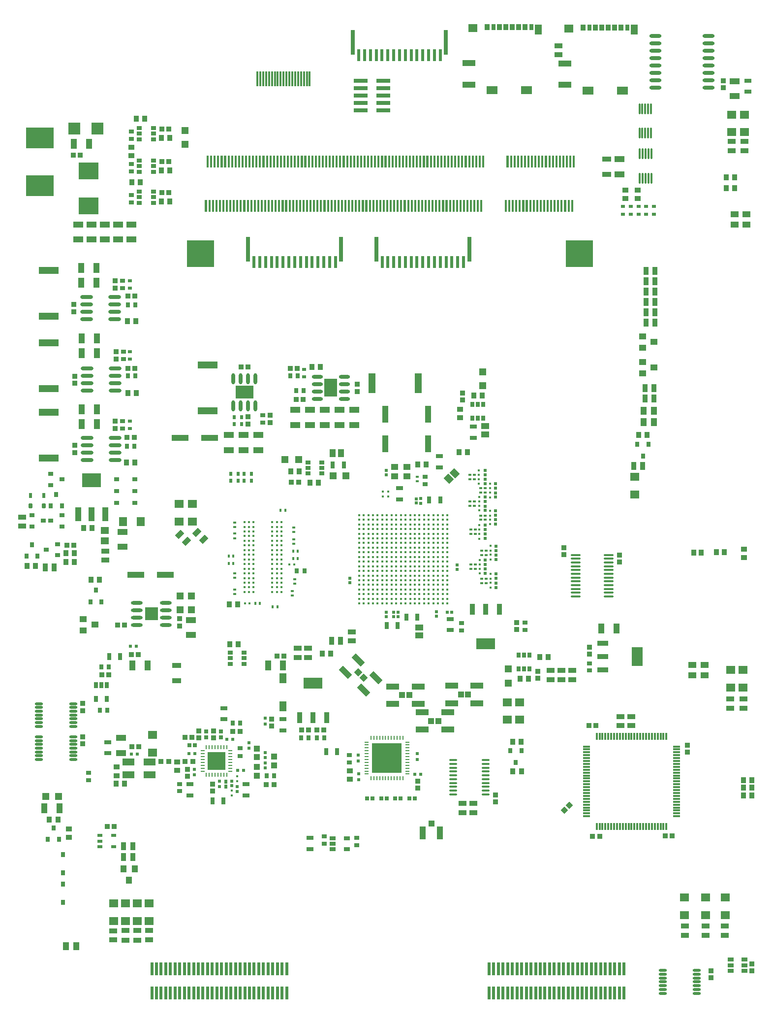
<source format=gtp>
G04 Layer_Color=7318015*
%FSLAX25Y25*%
%MOIN*%
G70*
G01*
G75*
%ADD10C,0.01575*%
%ADD11R,0.04724X0.04724*%
%ADD12R,0.03543X0.02362*%
%ADD13R,0.03347X0.05315*%
%ADD14R,0.03937X0.04724*%
%ADD15R,0.03347X0.03543*%
%ADD16R,0.03543X0.04134*%
%ADD17R,0.03740X0.05315*%
%ADD18R,0.03150X0.03543*%
%ADD19R,0.06299X0.05591*%
%ADD20R,0.03937X0.08661*%
%ADD21R,0.03937X0.03937*%
%ADD22R,0.05315X0.03740*%
%ADD23R,0.05315X0.03347*%
%ADD24R,0.05315X0.04331*%
G04:AMPARAMS|DCode=25|XSize=53.15mil|YSize=43.31mil|CornerRadius=0mil|HoleSize=0mil|Usage=FLASHONLY|Rotation=315.000|XOffset=0mil|YOffset=0mil|HoleType=Round|Shape=Rectangle|*
%AMROTATEDRECTD25*
4,1,4,-0.03410,0.00348,-0.00348,0.03410,0.03410,-0.00348,0.00348,-0.03410,-0.03410,0.00348,0.0*
%
%ADD25ROTATEDRECTD25*%

%ADD26R,0.04331X0.05315*%
%ADD27R,0.01969X0.01772*%
%ADD28R,0.01772X0.01772*%
%ADD29R,0.01969X0.02165*%
%ADD30R,0.03543X0.07480*%
%ADD31R,0.12598X0.07480*%
%ADD32R,0.02756X0.05118*%
%ADD33O,0.01181X0.07874*%
%ADD34R,0.03543X0.03347*%
%ADD35R,0.02559X0.03543*%
%ADD36R,0.03543X0.02559*%
%ADD37R,0.04724X0.05118*%
%ADD38R,0.04724X0.04724*%
%ADD39R,0.05118X0.02756*%
%ADD40R,0.02047X0.02205*%
%ADD41R,0.02205X0.02047*%
%ADD42R,0.01969X0.01575*%
%ADD43R,0.03347X0.02953*%
%ADD44R,0.01969X0.01969*%
%ADD45R,0.07874X0.04724*%
%ADD46R,0.02559X0.04331*%
%ADD47O,0.00984X0.03150*%
%ADD48O,0.03150X0.00984*%
%ADD49R,0.12205X0.12205*%
%ADD50O,0.05512X0.01378*%
%ADD51R,0.04331X0.02559*%
%ADD52O,0.07480X0.02362*%
%ADD53R,0.08849X0.12205*%
%ADD54O,0.02362X0.07480*%
%ADD55R,0.12205X0.08849*%
%ADD56O,0.08661X0.02362*%
%ADD57R,0.07480X0.03543*%
%ADD58R,0.07480X0.12598*%
%ADD59R,0.20472X0.20472*%
%ADD60R,0.04724X0.01181*%
%ADD61R,0.01181X0.04724*%
%ADD62R,0.12992X0.09449*%
%ADD63R,0.03937X0.09449*%
%ADD64R,0.04134X0.03543*%
%ADD65R,0.03740X0.03150*%
%ADD66R,0.06102X0.03543*%
%ADD67R,0.05709X0.04528*%
%ADD68R,0.06693X0.04331*%
%ADD69R,0.03150X0.02362*%
%ADD70R,0.02756X0.03347*%
%ADD71R,0.02362X0.03150*%
%ADD72R,0.03347X0.02756*%
%ADD73R,0.03543X0.03937*%
%ADD74R,0.02756X0.02559*%
%ADD75R,0.02756X0.03543*%
%ADD76R,0.05118X0.04331*%
%ADD77R,0.03937X0.04134*%
%ADD78R,0.04724X0.13386*%
%ADD79R,0.13386X0.04724*%
%ADD80R,0.13780X0.11811*%
%ADD81R,0.01181X0.10236*%
%ADD82R,0.02953X0.04331*%
%ADD83R,0.03347X0.04331*%
%ADD84R,0.04606X0.07087*%
%ADD85R,0.06102X0.05315*%
%ADD86R,0.07480X0.05315*%
%ADD87R,0.08661X0.03937*%
%ADD88R,0.04724X0.06890*%
%ADD89R,0.18701X0.13976*%
%ADD90R,0.03543X0.02756*%
%ADD91R,0.02756X0.03543*%
G04:AMPARAMS|DCode=92|XSize=24.8mil|YSize=32.68mil|CornerRadius=2.48mil|HoleSize=0mil|Usage=FLASHONLY|Rotation=0.000|XOffset=0mil|YOffset=0mil|HoleType=Round|Shape=RoundedRectangle|*
%AMROUNDEDRECTD92*
21,1,0.02480,0.02772,0,0,0.0*
21,1,0.01984,0.03268,0,0,0.0*
1,1,0.00496,0.00992,-0.01386*
1,1,0.00496,-0.00992,-0.01386*
1,1,0.00496,-0.00992,0.01386*
1,1,0.00496,0.00992,0.01386*
%
%ADD92ROUNDEDRECTD92*%
%ADD93R,0.02480X0.03268*%
%ADD94R,0.07874X0.07874*%
%ADD95R,0.01969X0.01969*%
%ADD96R,0.02953X0.03347*%
%ADD97R,0.02913X0.03071*%
%ADD98R,0.03071X0.02913*%
%ADD99R,0.02441X0.02598*%
%ADD100R,0.02126X0.02284*%
%ADD101R,0.03347X0.03740*%
%ADD102R,0.03150X0.03543*%
%ADD103R,0.04331X0.06693*%
%ADD104R,0.03937X0.11811*%
%ADD105R,0.11811X0.03937*%
%ADD106R,0.01969X0.08661*%
%ADD107R,0.02756X0.16535*%
%ADD108R,0.02362X0.07874*%
%ADD109P,0.05568X4X270.0*%
G04:AMPARAMS|DCode=110|XSize=39.37mil|YSize=86.61mil|CornerRadius=0mil|HoleSize=0mil|Usage=FLASHONLY|Rotation=225.000|XOffset=0mil|YOffset=0mil|HoleType=Round|Shape=Rectangle|*
%AMROTATEDRECTD110*
4,1,4,-0.01670,0.04454,0.04454,-0.01670,0.01670,-0.04454,-0.04454,0.01670,-0.01670,0.04454,0.0*
%
%ADD110ROTATEDRECTD110*%

%ADD111R,0.03937X0.03937*%
%ADD112R,0.08661X0.03937*%
%ADD113R,0.09449X0.02913*%
G04:AMPARAMS|DCode=114|XSize=29.53mil|YSize=35.43mil|CornerRadius=3.69mil|HoleSize=0mil|Usage=FLASHONLY|Rotation=90.000|XOffset=0mil|YOffset=0mil|HoleType=Round|Shape=RoundedRectangle|*
%AMROUNDEDRECTD114*
21,1,0.02953,0.02805,0,0,90.0*
21,1,0.02215,0.03543,0,0,90.0*
1,1,0.00738,0.01403,0.01107*
1,1,0.00738,0.01403,-0.01107*
1,1,0.00738,-0.01403,-0.01107*
1,1,0.00738,-0.01403,0.01107*
%
%ADD114ROUNDEDRECTD114*%
%ADD115R,0.03543X0.03150*%
%ADD116R,0.01575X0.01969*%
%ADD117R,0.09016X0.09016*%
%ADD118O,0.07874X0.02362*%
%ADD119R,0.01772X0.01772*%
%ADD120R,0.03543X0.02756*%
%ADD121R,0.05315X0.03937*%
%ADD122R,0.03937X0.05315*%
%ADD123O,0.08268X0.02362*%
%ADD124O,0.06693X0.01378*%
G04:AMPARAMS|DCode=125|XSize=35.43mil|YSize=33.47mil|CornerRadius=0mil|HoleSize=0mil|Usage=FLASHONLY|Rotation=135.000|XOffset=0mil|YOffset=0mil|HoleType=Round|Shape=Rectangle|*
%AMROTATEDRECTD125*
4,1,4,0.02436,-0.00070,0.00070,-0.02436,-0.02436,0.00070,-0.00070,0.02436,0.02436,-0.00070,0.0*
%
%ADD125ROTATEDRECTD125*%

G04:AMPARAMS|DCode=126|XSize=29.53mil|YSize=35.43mil|CornerRadius=3.69mil|HoleSize=0mil|Usage=FLASHONLY|Rotation=0.000|XOffset=0mil|YOffset=0mil|HoleType=Round|Shape=RoundedRectangle|*
%AMROUNDEDRECTD126*
21,1,0.02953,0.02805,0,0,0.0*
21,1,0.02215,0.03543,0,0,0.0*
1,1,0.00738,0.01107,-0.01403*
1,1,0.00738,-0.01107,-0.01403*
1,1,0.00738,-0.01107,0.01403*
1,1,0.00738,0.01107,0.01403*
%
%ADD126ROUNDEDRECTD126*%
G04:AMPARAMS|DCode=127|XSize=53.15mil|YSize=33.47mil|CornerRadius=0mil|HoleSize=0mil|Usage=FLASHONLY|Rotation=225.000|XOffset=0mil|YOffset=0mil|HoleType=Round|Shape=Rectangle|*
%AMROTATEDRECTD127*
4,1,4,0.00696,0.03062,0.03062,0.00696,-0.00696,-0.03062,-0.03062,-0.00696,0.00696,0.03062,0.0*
%
%ADD127ROTATEDRECTD127*%

%ADD128R,0.05591X0.06299*%
%ADD129R,0.04724X0.03937*%
%ADD130O,0.05512X0.01772*%
%ADD133C,0.01772*%
G36*
X321272Y604029D02*
X319894D01*
Y611903D01*
X321272D01*
Y604029D01*
D02*
G37*
G36*
X323634D02*
X322256D01*
Y611903D01*
X323634D01*
Y604029D01*
D02*
G37*
G36*
X325996D02*
X324618D01*
Y611903D01*
X325996D01*
Y604029D01*
D02*
G37*
G36*
X314185D02*
X312807D01*
Y611903D01*
X314185D01*
Y604029D01*
D02*
G37*
G36*
X316547D02*
X315169D01*
Y611903D01*
X316547D01*
Y604029D01*
D02*
G37*
G36*
X318909D02*
X317531D01*
Y611903D01*
X318909D01*
Y604029D01*
D02*
G37*
G36*
X335445D02*
X334067D01*
Y611903D01*
X335445D01*
Y604029D01*
D02*
G37*
G36*
X337807D02*
X336429D01*
Y611903D01*
X337807D01*
Y604029D01*
D02*
G37*
G36*
X340169D02*
X338791D01*
Y611903D01*
X340169D01*
Y604029D01*
D02*
G37*
G36*
X328358D02*
X326980D01*
Y611903D01*
X328358D01*
Y604029D01*
D02*
G37*
G36*
X330720D02*
X329343D01*
Y611903D01*
X330720D01*
Y604029D01*
D02*
G37*
G36*
X333083D02*
X331705D01*
Y611903D01*
X333083D01*
Y604029D01*
D02*
G37*
G36*
X311823D02*
X310445D01*
Y611903D01*
X311823D01*
Y604029D01*
D02*
G37*
G36*
X290563D02*
X289185D01*
Y611903D01*
X290563D01*
Y604029D01*
D02*
G37*
G36*
X292925D02*
X291547D01*
Y611903D01*
X292925D01*
Y604029D01*
D02*
G37*
G36*
X295287D02*
X293910D01*
Y611903D01*
X295287D01*
Y604029D01*
D02*
G37*
G36*
X283476D02*
X282098D01*
Y611903D01*
X283476D01*
Y604029D01*
D02*
G37*
G36*
X285839D02*
X284461D01*
Y611903D01*
X285839D01*
Y604029D01*
D02*
G37*
G36*
X288201D02*
X286823D01*
Y611903D01*
X288201D01*
Y604029D01*
D02*
G37*
G36*
X304736D02*
X303358D01*
Y611903D01*
X304736D01*
Y604029D01*
D02*
G37*
G36*
X307098D02*
X305720D01*
Y611903D01*
X307098D01*
Y604029D01*
D02*
G37*
G36*
X309461D02*
X308083D01*
Y611903D01*
X309461D01*
Y604029D01*
D02*
G37*
G36*
X297650D02*
X296272D01*
Y611903D01*
X297650D01*
Y604029D01*
D02*
G37*
G36*
X300012D02*
X298634D01*
Y611903D01*
X300012D01*
Y604029D01*
D02*
G37*
G36*
X302374D02*
X300996D01*
Y611903D01*
X302374D01*
Y604029D01*
D02*
G37*
G36*
X394500D02*
X393122D01*
Y611903D01*
X394500D01*
Y604029D01*
D02*
G37*
G36*
X396862D02*
X395484D01*
Y611903D01*
X396862D01*
Y604029D01*
D02*
G37*
G36*
X399224D02*
X397847D01*
Y611903D01*
X399224D01*
Y604029D01*
D02*
G37*
G36*
X387413D02*
X386035D01*
Y611903D01*
X387413D01*
Y604029D01*
D02*
G37*
G36*
X389776D02*
X388398D01*
Y611903D01*
X389776D01*
Y604029D01*
D02*
G37*
G36*
X392138D02*
X390760D01*
Y611903D01*
X392138D01*
Y604029D01*
D02*
G37*
G36*
X408673D02*
X407295D01*
Y611903D01*
X408673D01*
Y604029D01*
D02*
G37*
G36*
X411035D02*
X409657D01*
Y611903D01*
X411035D01*
Y604029D01*
D02*
G37*
G36*
X413398D02*
X412020D01*
Y611903D01*
X413398D01*
Y604029D01*
D02*
G37*
G36*
X401587D02*
X400209D01*
Y611903D01*
X401587D01*
Y604029D01*
D02*
G37*
G36*
X403949D02*
X402571D01*
Y611903D01*
X403949D01*
Y604029D01*
D02*
G37*
G36*
X406311D02*
X404933D01*
Y611903D01*
X406311D01*
Y604029D01*
D02*
G37*
G36*
X385051D02*
X383673D01*
Y611903D01*
X385051D01*
Y604029D01*
D02*
G37*
G36*
X349618D02*
X348240D01*
Y611903D01*
X349618D01*
Y604029D01*
D02*
G37*
G36*
X351980D02*
X350602D01*
Y611903D01*
X351980D01*
Y604029D01*
D02*
G37*
G36*
X354343D02*
X352965D01*
Y611903D01*
X354343D01*
Y604029D01*
D02*
G37*
G36*
X342531D02*
X341154D01*
Y611903D01*
X342531D01*
Y604029D01*
D02*
G37*
G36*
X344894D02*
X343516D01*
Y611903D01*
X344894D01*
Y604029D01*
D02*
G37*
G36*
X347256D02*
X345878D01*
Y611903D01*
X347256D01*
Y604029D01*
D02*
G37*
G36*
X377965D02*
X376587D01*
Y611903D01*
X377965D01*
Y604029D01*
D02*
G37*
G36*
X380327D02*
X378949D01*
Y611903D01*
X380327D01*
Y604029D01*
D02*
G37*
G36*
X382689D02*
X381311D01*
Y611903D01*
X382689D01*
Y604029D01*
D02*
G37*
G36*
X370878D02*
X369500D01*
Y611903D01*
X370878D01*
Y604029D01*
D02*
G37*
G36*
X373240D02*
X371862D01*
Y611903D01*
X373240D01*
Y604029D01*
D02*
G37*
G36*
X375602D02*
X374224D01*
Y611903D01*
X375602D01*
Y604029D01*
D02*
G37*
G36*
X281114D02*
X279736D01*
Y611903D01*
X281114D01*
Y604029D01*
D02*
G37*
G36*
X200799D02*
X199421D01*
Y611903D01*
X200799D01*
Y604029D01*
D02*
G37*
G36*
X203161D02*
X201783D01*
Y611903D01*
X203161D01*
Y604029D01*
D02*
G37*
G36*
X205524D02*
X204146D01*
Y611903D01*
X205524D01*
Y604029D01*
D02*
G37*
G36*
X193713D02*
X192335D01*
Y611903D01*
X193713D01*
Y604029D01*
D02*
G37*
G36*
X196075D02*
X194697D01*
Y611903D01*
X196075D01*
Y604029D01*
D02*
G37*
G36*
X198437D02*
X197059D01*
Y611903D01*
X198437D01*
Y604029D01*
D02*
G37*
G36*
X214972D02*
X213595D01*
Y611903D01*
X214972D01*
Y604029D01*
D02*
G37*
G36*
X217335D02*
X215957D01*
Y611903D01*
X217335D01*
Y604029D01*
D02*
G37*
G36*
X219697D02*
X218319D01*
Y611903D01*
X219697D01*
Y604029D01*
D02*
G37*
G36*
X207886D02*
X206508D01*
Y611903D01*
X207886D01*
Y604029D01*
D02*
G37*
G36*
X210248D02*
X208870D01*
Y611903D01*
X210248D01*
Y604029D01*
D02*
G37*
G36*
X212610D02*
X211232D01*
Y611903D01*
X212610D01*
Y604029D01*
D02*
G37*
G36*
X191350D02*
X189972D01*
Y611903D01*
X191350D01*
Y604029D01*
D02*
G37*
G36*
X170090D02*
X168713D01*
Y611903D01*
X170090D01*
Y604029D01*
D02*
G37*
G36*
X172453D02*
X171075D01*
Y611903D01*
X172453D01*
Y604029D01*
D02*
G37*
G36*
X174815D02*
X173437D01*
Y611903D01*
X174815D01*
Y604029D01*
D02*
G37*
G36*
X172354Y566706D02*
X154244D01*
Y584817D01*
X172354D01*
Y566706D01*
D02*
G37*
G36*
X429047D02*
X410937D01*
Y584817D01*
X429047D01*
Y566706D01*
D02*
G37*
G36*
X167728Y604029D02*
X166350D01*
Y611903D01*
X167728D01*
Y604029D01*
D02*
G37*
G36*
X184264D02*
X182886D01*
Y611903D01*
X184264D01*
Y604029D01*
D02*
G37*
G36*
X186626D02*
X185248D01*
Y611903D01*
X186626D01*
Y604029D01*
D02*
G37*
G36*
X188988D02*
X187610D01*
Y611903D01*
X188988D01*
Y604029D01*
D02*
G37*
G36*
X177177D02*
X175799D01*
Y611903D01*
X177177D01*
Y604029D01*
D02*
G37*
G36*
X179539D02*
X178161D01*
Y611903D01*
X179539D01*
Y604029D01*
D02*
G37*
G36*
X181902D02*
X180524D01*
Y611903D01*
X181902D01*
Y604029D01*
D02*
G37*
G36*
X259854D02*
X258476D01*
Y611903D01*
X259854D01*
Y604029D01*
D02*
G37*
G36*
X262216D02*
X260839D01*
Y611903D01*
X262216D01*
Y604029D01*
D02*
G37*
G36*
X264579D02*
X263201D01*
Y611903D01*
X264579D01*
Y604029D01*
D02*
G37*
G36*
X252768D02*
X251390D01*
Y611903D01*
X252768D01*
Y604029D01*
D02*
G37*
G36*
X255130D02*
X253752D01*
Y611903D01*
X255130D01*
Y604029D01*
D02*
G37*
G36*
X257492D02*
X256114D01*
Y611903D01*
X257492D01*
Y604029D01*
D02*
G37*
G36*
X274027D02*
X272650D01*
Y611903D01*
X274027D01*
Y604029D01*
D02*
G37*
G36*
X276390D02*
X275012D01*
Y611903D01*
X276390D01*
Y604029D01*
D02*
G37*
G36*
X278752D02*
X277374D01*
Y611903D01*
X278752D01*
Y604029D01*
D02*
G37*
G36*
X266941D02*
X265563D01*
Y611903D01*
X266941D01*
Y604029D01*
D02*
G37*
G36*
X269303D02*
X267925D01*
Y611903D01*
X269303D01*
Y604029D01*
D02*
G37*
G36*
X271665D02*
X270287D01*
Y611903D01*
X271665D01*
Y604029D01*
D02*
G37*
G36*
X250406D02*
X249028D01*
Y611903D01*
X250406D01*
Y604029D01*
D02*
G37*
G36*
X229146D02*
X227768D01*
Y611903D01*
X229146D01*
Y604029D01*
D02*
G37*
G36*
X231508D02*
X230130D01*
Y611903D01*
X231508D01*
Y604029D01*
D02*
G37*
G36*
X233870D02*
X232492D01*
Y611903D01*
X233870D01*
Y604029D01*
D02*
G37*
G36*
X222059D02*
X220681D01*
Y611903D01*
X222059D01*
Y604029D01*
D02*
G37*
G36*
X224421D02*
X223043D01*
Y611903D01*
X224421D01*
Y604029D01*
D02*
G37*
G36*
X226783D02*
X225406D01*
Y611903D01*
X226783D01*
Y604029D01*
D02*
G37*
G36*
X243319D02*
X241941D01*
Y611903D01*
X243319D01*
Y604029D01*
D02*
G37*
G36*
X245681D02*
X244303D01*
Y611903D01*
X245681D01*
Y604029D01*
D02*
G37*
G36*
X248043D02*
X246665D01*
Y611903D01*
X248043D01*
Y604029D01*
D02*
G37*
G36*
X236232D02*
X234854D01*
Y611903D01*
X236232D01*
Y604029D01*
D02*
G37*
G36*
X238595D02*
X237216D01*
Y611903D01*
X238595D01*
Y604029D01*
D02*
G37*
G36*
X240957D02*
X239579D01*
Y611903D01*
X240957D01*
Y604029D01*
D02*
G37*
G36*
X324815Y634108D02*
X323437D01*
Y641982D01*
X324815D01*
Y634108D01*
D02*
G37*
G36*
X327177D02*
X325799D01*
Y641982D01*
X327177D01*
Y634108D01*
D02*
G37*
G36*
X329539D02*
X328161D01*
Y641982D01*
X329539D01*
Y634108D01*
D02*
G37*
G36*
X317728D02*
X316350D01*
Y641982D01*
X317728D01*
Y634108D01*
D02*
G37*
G36*
X320091D02*
X318713D01*
Y641982D01*
X320091D01*
Y634108D01*
D02*
G37*
G36*
X322453D02*
X321075D01*
Y641982D01*
X322453D01*
Y634108D01*
D02*
G37*
G36*
X338988D02*
X337610D01*
Y641982D01*
X338988D01*
Y634108D01*
D02*
G37*
G36*
X341350D02*
X339972D01*
Y641982D01*
X341350D01*
Y634108D01*
D02*
G37*
G36*
X343713D02*
X342335D01*
Y641982D01*
X343713D01*
Y634108D01*
D02*
G37*
G36*
X331902D02*
X330524D01*
Y641982D01*
X331902D01*
Y634108D01*
D02*
G37*
G36*
X334264D02*
X332886D01*
Y641982D01*
X334264D01*
Y634108D01*
D02*
G37*
G36*
X336626D02*
X335248D01*
Y641982D01*
X336626D01*
Y634108D01*
D02*
G37*
G36*
X315366D02*
X313988D01*
Y641982D01*
X315366D01*
Y634108D01*
D02*
G37*
G36*
X294106D02*
X292728D01*
Y641982D01*
X294106D01*
Y634108D01*
D02*
G37*
G36*
X296468D02*
X295091D01*
Y641982D01*
X296468D01*
Y634108D01*
D02*
G37*
G36*
X298831D02*
X297453D01*
Y641982D01*
X298831D01*
Y634108D01*
D02*
G37*
G36*
X287020D02*
X285642D01*
Y641982D01*
X287020D01*
Y634108D01*
D02*
G37*
G36*
X289382D02*
X288004D01*
Y641982D01*
X289382D01*
Y634108D01*
D02*
G37*
G36*
X291744D02*
X290366D01*
Y641982D01*
X291744D01*
Y634108D01*
D02*
G37*
G36*
X308279D02*
X306902D01*
Y641982D01*
X308279D01*
Y634108D01*
D02*
G37*
G36*
X310642D02*
X309264D01*
Y641982D01*
X310642D01*
Y634108D01*
D02*
G37*
G36*
X313004D02*
X311626D01*
Y641982D01*
X313004D01*
Y634108D01*
D02*
G37*
G36*
X301193D02*
X299815D01*
Y641982D01*
X301193D01*
Y634108D01*
D02*
G37*
G36*
X303555D02*
X302177D01*
Y641982D01*
X303555D01*
Y634108D01*
D02*
G37*
G36*
X305917D02*
X304539D01*
Y641982D01*
X305917D01*
Y634108D01*
D02*
G37*
G36*
X398043D02*
X396665D01*
Y641982D01*
X398043D01*
Y634108D01*
D02*
G37*
G36*
X400406D02*
X399028D01*
Y641982D01*
X400406D01*
Y634108D01*
D02*
G37*
G36*
X402768D02*
X401390D01*
Y641982D01*
X402768D01*
Y634108D01*
D02*
G37*
G36*
X390957D02*
X389579D01*
Y641982D01*
X390957D01*
Y634108D01*
D02*
G37*
G36*
X393319D02*
X391941D01*
Y641982D01*
X393319D01*
Y634108D01*
D02*
G37*
G36*
X395681D02*
X394303D01*
Y641982D01*
X395681D01*
Y634108D01*
D02*
G37*
G36*
X412217D02*
X410839D01*
Y641982D01*
X412217D01*
Y634108D01*
D02*
G37*
G36*
X414579D02*
X413201D01*
Y641982D01*
X414579D01*
Y634108D01*
D02*
G37*
G36*
X416941D02*
X415563D01*
Y641982D01*
X416941D01*
Y634108D01*
D02*
G37*
G36*
X405130D02*
X403752D01*
Y641982D01*
X405130D01*
Y634108D01*
D02*
G37*
G36*
X407492D02*
X406114D01*
Y641982D01*
X407492D01*
Y634108D01*
D02*
G37*
G36*
X409854D02*
X408476D01*
Y641982D01*
X409854D01*
Y634108D01*
D02*
G37*
G36*
X388595D02*
X387216D01*
Y641982D01*
X388595D01*
Y634108D01*
D02*
G37*
G36*
X353161D02*
X351783D01*
Y641982D01*
X353161D01*
Y634108D01*
D02*
G37*
G36*
X355524D02*
X354146D01*
Y641982D01*
X355524D01*
Y634108D01*
D02*
G37*
G36*
X372059D02*
X370681D01*
Y641982D01*
X372059D01*
Y634108D01*
D02*
G37*
G36*
X346075D02*
X344697D01*
Y641982D01*
X346075D01*
Y634108D01*
D02*
G37*
G36*
X348437D02*
X347059D01*
Y641982D01*
X348437D01*
Y634108D01*
D02*
G37*
G36*
X350799D02*
X349421D01*
Y641982D01*
X350799D01*
Y634108D01*
D02*
G37*
G36*
X381508D02*
X380130D01*
Y641982D01*
X381508D01*
Y634108D01*
D02*
G37*
G36*
X383870D02*
X382492D01*
Y641982D01*
X383870D01*
Y634108D01*
D02*
G37*
G36*
X386232D02*
X384854D01*
Y641982D01*
X386232D01*
Y634108D01*
D02*
G37*
G36*
X374421D02*
X373043D01*
Y641982D01*
X374421D01*
Y634108D01*
D02*
G37*
G36*
X376783D02*
X375406D01*
Y641982D01*
X376783D01*
Y634108D01*
D02*
G37*
G36*
X379146D02*
X377768D01*
Y641982D01*
X379146D01*
Y634108D01*
D02*
G37*
G36*
X284658D02*
X283279D01*
Y641982D01*
X284658D01*
Y634108D01*
D02*
G37*
G36*
X204343D02*
X202965D01*
Y641982D01*
X204343D01*
Y634108D01*
D02*
G37*
G36*
X206705D02*
X205327D01*
Y641982D01*
X206705D01*
Y634108D01*
D02*
G37*
G36*
X209067D02*
X207689D01*
Y641982D01*
X209067D01*
Y634108D01*
D02*
G37*
G36*
X197256D02*
X195878D01*
Y641982D01*
X197256D01*
Y634108D01*
D02*
G37*
G36*
X199618D02*
X198240D01*
Y641982D01*
X199618D01*
Y634108D01*
D02*
G37*
G36*
X201980D02*
X200602D01*
Y641982D01*
X201980D01*
Y634108D01*
D02*
G37*
G36*
X218516D02*
X217138D01*
Y641982D01*
X218516D01*
Y634108D01*
D02*
G37*
G36*
X220878D02*
X219500D01*
Y641982D01*
X220878D01*
Y634108D01*
D02*
G37*
G36*
X223240D02*
X221862D01*
Y641982D01*
X223240D01*
Y634108D01*
D02*
G37*
G36*
X211429D02*
X210051D01*
Y641982D01*
X211429D01*
Y634108D01*
D02*
G37*
G36*
X213791D02*
X212413D01*
Y641982D01*
X213791D01*
Y634108D01*
D02*
G37*
G36*
X216154D02*
X214776D01*
Y641982D01*
X216154D01*
Y634108D01*
D02*
G37*
G36*
X194894D02*
X193516D01*
Y641982D01*
X194894D01*
Y634108D01*
D02*
G37*
G36*
X173634D02*
X172256D01*
Y641982D01*
X173634D01*
Y634108D01*
D02*
G37*
G36*
X175996D02*
X174618D01*
Y641982D01*
X175996D01*
Y634108D01*
D02*
G37*
G36*
X178358D02*
X176980D01*
Y641982D01*
X178358D01*
Y634108D01*
D02*
G37*
G36*
X415760Y604029D02*
X414382D01*
Y611903D01*
X415760D01*
Y604029D01*
D02*
G37*
G36*
X168909Y634108D02*
X167532D01*
Y641982D01*
X168909D01*
Y634108D01*
D02*
G37*
G36*
X171272D02*
X169894D01*
Y641982D01*
X171272D01*
Y634108D01*
D02*
G37*
G36*
X187807D02*
X186429D01*
Y641982D01*
X187807D01*
Y634108D01*
D02*
G37*
G36*
X190169D02*
X188791D01*
Y641982D01*
X190169D01*
Y634108D01*
D02*
G37*
G36*
X192532D02*
X191154D01*
Y641982D01*
X192532D01*
Y634108D01*
D02*
G37*
G36*
X180720D02*
X179342D01*
Y641982D01*
X180720D01*
Y634108D01*
D02*
G37*
G36*
X183083D02*
X181705D01*
Y641982D01*
X183083D01*
Y634108D01*
D02*
G37*
G36*
X185445D02*
X184067D01*
Y641982D01*
X185445D01*
Y634108D01*
D02*
G37*
G36*
X263398D02*
X262020D01*
Y641982D01*
X263398D01*
Y634108D01*
D02*
G37*
G36*
X265760D02*
X264382D01*
Y641982D01*
X265760D01*
Y634108D01*
D02*
G37*
G36*
X268122D02*
X266744D01*
Y641982D01*
X268122D01*
Y634108D01*
D02*
G37*
G36*
X256311D02*
X254933D01*
Y641982D01*
X256311D01*
Y634108D01*
D02*
G37*
G36*
X258673D02*
X257295D01*
Y641982D01*
X258673D01*
Y634108D01*
D02*
G37*
G36*
X261035D02*
X259658D01*
Y641982D01*
X261035D01*
Y634108D01*
D02*
G37*
G36*
X277571D02*
X276193D01*
Y641982D01*
X277571D01*
Y634108D01*
D02*
G37*
G36*
X279933D02*
X278555D01*
Y641982D01*
X279933D01*
Y634108D01*
D02*
G37*
G36*
X282295D02*
X280917D01*
Y641982D01*
X282295D01*
Y634108D01*
D02*
G37*
G36*
X270484D02*
X269106D01*
Y641982D01*
X270484D01*
Y634108D01*
D02*
G37*
G36*
X272846D02*
X271468D01*
Y641982D01*
X272846D01*
Y634108D01*
D02*
G37*
G36*
X275209D02*
X273831D01*
Y641982D01*
X275209D01*
Y634108D01*
D02*
G37*
G36*
X253949D02*
X252571D01*
Y641982D01*
X253949D01*
Y634108D01*
D02*
G37*
G36*
X232689D02*
X231311D01*
Y641982D01*
X232689D01*
Y634108D01*
D02*
G37*
G36*
X235051D02*
X233673D01*
Y641982D01*
X235051D01*
Y634108D01*
D02*
G37*
G36*
X237413D02*
X236035D01*
Y641982D01*
X237413D01*
Y634108D01*
D02*
G37*
G36*
X225602D02*
X224224D01*
Y641982D01*
X225602D01*
Y634108D01*
D02*
G37*
G36*
X227965D02*
X226587D01*
Y641982D01*
X227965D01*
Y634108D01*
D02*
G37*
G36*
X230327D02*
X228949D01*
Y641982D01*
X230327D01*
Y634108D01*
D02*
G37*
G36*
X246862D02*
X245484D01*
Y641982D01*
X246862D01*
Y634108D01*
D02*
G37*
G36*
X249224D02*
X247847D01*
Y641982D01*
X249224D01*
Y634108D01*
D02*
G37*
G36*
X251587D02*
X250209D01*
Y641982D01*
X251587D01*
Y634108D01*
D02*
G37*
G36*
X239776D02*
X238398D01*
Y641982D01*
X239776D01*
Y634108D01*
D02*
G37*
G36*
X242138D02*
X240760D01*
Y641982D01*
X242138D01*
Y634108D01*
D02*
G37*
G36*
X244500D02*
X243122D01*
Y641982D01*
X244500D01*
Y634108D01*
D02*
G37*
D10*
X218244Y346783D02*
D03*
X215094D02*
D03*
X211945D02*
D03*
X199346D02*
D03*
X196197D02*
D03*
X193047D02*
D03*
X218244Y349933D02*
D03*
X215094D02*
D03*
X211945D02*
D03*
X199346D02*
D03*
X196197D02*
D03*
X193047D02*
D03*
X218244Y353083D02*
D03*
X215094D02*
D03*
X211945D02*
D03*
X199346D02*
D03*
X196197D02*
D03*
X193047D02*
D03*
X218244Y356232D02*
D03*
X215094D02*
D03*
X211945D02*
D03*
X199346D02*
D03*
X196197D02*
D03*
X193047D02*
D03*
X218244Y359382D02*
D03*
X215094D02*
D03*
X211945D02*
D03*
X199346D02*
D03*
X196197D02*
D03*
X193047D02*
D03*
X218244Y362531D02*
D03*
X215094D02*
D03*
X211945D02*
D03*
X199346D02*
D03*
X196197D02*
D03*
X193047D02*
D03*
X218244Y365681D02*
D03*
X215094D02*
D03*
X199346D02*
D03*
X196197D02*
D03*
X193047D02*
D03*
X218244Y368831D02*
D03*
X215094D02*
D03*
X199346D02*
D03*
X196197D02*
D03*
X193047D02*
D03*
X218244Y371980D02*
D03*
X215094D02*
D03*
X211945D02*
D03*
X199346D02*
D03*
X196197D02*
D03*
X193047D02*
D03*
X218244Y375130D02*
D03*
X215094D02*
D03*
X211945D02*
D03*
X196197D02*
D03*
X193047D02*
D03*
X218244Y378279D02*
D03*
X215094D02*
D03*
X211945D02*
D03*
X196197D02*
D03*
X193047D02*
D03*
X218244Y381429D02*
D03*
X215094D02*
D03*
X211945D02*
D03*
X199346D02*
D03*
X196197D02*
D03*
X193047D02*
D03*
X218244Y384579D02*
D03*
X215094D02*
D03*
X211945D02*
D03*
X199346D02*
D03*
X196197D02*
D03*
X193047D02*
D03*
X218244Y387728D02*
D03*
X215094D02*
D03*
X199346D02*
D03*
X196197D02*
D03*
X193047D02*
D03*
X218244Y390878D02*
D03*
X215094D02*
D03*
X199346D02*
D03*
X196197D02*
D03*
X193047D02*
D03*
X218244Y394028D02*
D03*
X215094D02*
D03*
X211945D02*
D03*
X199346D02*
D03*
X196197D02*
D03*
X193047D02*
D03*
X211945Y368831D02*
D03*
Y365681D02*
D03*
X199346Y378279D02*
D03*
Y375130D02*
D03*
X211945Y390878D02*
D03*
Y387728D02*
D03*
D11*
X152746Y659230D02*
D03*
Y649781D02*
D03*
X371846Y294630D02*
D03*
Y285181D02*
D03*
X354546Y486281D02*
D03*
Y495730D02*
D03*
X157246Y344130D02*
D03*
Y334681D02*
D03*
X149646Y344130D02*
D03*
Y334681D02*
D03*
D12*
X95121Y181946D02*
D03*
Y178206D02*
D03*
Y174465D02*
D03*
X104570D02*
D03*
Y181946D02*
D03*
D13*
X111098Y167506D02*
D03*
X117594D02*
D03*
Y174805D02*
D03*
X111098D02*
D03*
D14*
X118686Y159543D02*
D03*
X111205D02*
D03*
X114946Y151669D02*
D03*
D15*
X104908Y187906D02*
D03*
X100183D02*
D03*
X224984Y421206D02*
D03*
X229708D02*
D03*
X185315Y252406D02*
D03*
X190039D02*
D03*
X116783Y241905D02*
D03*
X121508D02*
D03*
X101108Y290605D02*
D03*
X96384D02*
D03*
X116602Y304486D02*
D03*
X121326D02*
D03*
X157508Y248406D02*
D03*
X152784D02*
D03*
X247008Y253405D02*
D03*
X242284D02*
D03*
X231783D02*
D03*
X236508D02*
D03*
X220008Y303405D02*
D03*
X215283D02*
D03*
X142008Y637906D02*
D03*
X137284D02*
D03*
X142008Y616905D02*
D03*
X137284D02*
D03*
X142008Y659905D02*
D03*
X137284D02*
D03*
X77508Y378405D02*
D03*
X72783D02*
D03*
X233008Y476905D02*
D03*
X228284D02*
D03*
X224283Y497905D02*
D03*
X229008D02*
D03*
X190783Y498906D02*
D03*
X195508D02*
D03*
X114283Y546906D02*
D03*
X119008D02*
D03*
X114283Y497905D02*
D03*
X119008D02*
D03*
X113674Y451539D02*
D03*
X118399D02*
D03*
X77284Y642406D02*
D03*
X82008D02*
D03*
X107184Y324505D02*
D03*
X111908D02*
D03*
X478284Y181705D02*
D03*
X483008D02*
D03*
X428983Y181405D02*
D03*
X433708D02*
D03*
X431308Y256306D02*
D03*
X426583D02*
D03*
D16*
X245791Y305205D02*
D03*
X251500D02*
D03*
X466000Y453006D02*
D03*
X460291D02*
D03*
X385400Y288206D02*
D03*
X379691D02*
D03*
X348391Y479605D02*
D03*
X354100D02*
D03*
X230100Y428305D02*
D03*
X224391D02*
D03*
X112000Y216905D02*
D03*
X106291D02*
D03*
X380400Y245406D02*
D03*
X374691D02*
D03*
X189000Y311405D02*
D03*
X183291D02*
D03*
X142500Y631906D02*
D03*
X136791D02*
D03*
X116791Y623906D02*
D03*
X122500D02*
D03*
X119791Y666905D02*
D03*
X125500D02*
D03*
X142500Y610906D02*
D03*
X136791D02*
D03*
X142500Y653905D02*
D03*
X136791D02*
D03*
X84291Y389906D02*
D03*
X90000D02*
D03*
X78000Y372905D02*
D03*
X72291D02*
D03*
Y366905D02*
D03*
X78000D02*
D03*
X45791Y364405D02*
D03*
X51500D02*
D03*
X244500Y498906D02*
D03*
X238791D02*
D03*
X119500Y529906D02*
D03*
X113791D02*
D03*
X120000Y481405D02*
D03*
X114291D02*
D03*
X118891Y434539D02*
D03*
X113182D02*
D03*
X374991Y225406D02*
D03*
X380700D02*
D03*
X310391Y433006D02*
D03*
X316100D02*
D03*
X188500Y338405D02*
D03*
X182791D02*
D03*
X243300Y420706D02*
D03*
X237591D02*
D03*
X393191Y302805D02*
D03*
X398900D02*
D03*
X525100Y627406D02*
D03*
X519391D02*
D03*
X525100Y620106D02*
D03*
X519391D02*
D03*
X338491Y441505D02*
D03*
X344200D02*
D03*
X95000Y355006D02*
D03*
X89291D02*
D03*
X60991Y192806D02*
D03*
X66700D02*
D03*
X531191Y219506D02*
D03*
X536900D02*
D03*
X531191Y214405D02*
D03*
X536900D02*
D03*
X531191Y209105D02*
D03*
X536900D02*
D03*
D17*
X462797Y432105D02*
D03*
X456695D02*
D03*
X258297Y313705D02*
D03*
X252194D02*
D03*
X58095Y363405D02*
D03*
X64197D02*
D03*
X471297Y557105D02*
D03*
X465195D02*
D03*
X470597Y484805D02*
D03*
X464495D02*
D03*
X471297Y536105D02*
D03*
X465195D02*
D03*
X471297Y550105D02*
D03*
X465195D02*
D03*
X471297Y564106D02*
D03*
X465195D02*
D03*
X471297Y543106D02*
D03*
X465195D02*
D03*
X471297Y529106D02*
D03*
X465195D02*
D03*
X470597Y477705D02*
D03*
X464495D02*
D03*
D18*
X466786Y446642D02*
D03*
X459305D02*
D03*
X463046Y438768D02*
D03*
X376946Y231469D02*
D03*
X373205Y239342D02*
D03*
X380686D02*
D03*
X49146Y378842D02*
D03*
X52886Y370969D02*
D03*
X45406D02*
D03*
X92446Y347942D02*
D03*
X96186Y340069D02*
D03*
X88705D02*
D03*
D19*
X457546Y424595D02*
D03*
Y412706D02*
D03*
X518746Y139906D02*
D03*
Y128016D02*
D03*
X505546Y139906D02*
D03*
Y128016D02*
D03*
X491346Y140105D02*
D03*
Y128216D02*
D03*
X530991Y293938D02*
D03*
Y282049D02*
D03*
X522391Y293938D02*
D03*
Y282049D02*
D03*
X523146Y669805D02*
D03*
Y657916D02*
D03*
X531946Y669805D02*
D03*
Y657916D02*
D03*
X148746Y406306D02*
D03*
Y394416D02*
D03*
X157846Y406405D02*
D03*
Y394516D02*
D03*
X371046Y272205D02*
D03*
Y260316D02*
D03*
X379546Y272205D02*
D03*
Y260316D02*
D03*
X104546Y135906D02*
D03*
Y124016D02*
D03*
X112546Y135906D02*
D03*
Y124016D02*
D03*
X120546Y135906D02*
D03*
Y124016D02*
D03*
X128646Y135906D02*
D03*
Y124016D02*
D03*
X130946Y250006D02*
D03*
Y238116D02*
D03*
D20*
X313840Y183806D02*
D03*
X325651D02*
D03*
D21*
X319746Y189908D02*
D03*
D22*
X405946Y710254D02*
D03*
Y716357D02*
D03*
X98846Y368354D02*
D03*
Y374457D02*
D03*
X42646Y397457D02*
D03*
Y391354D02*
D03*
X236246Y302554D02*
D03*
Y308657D02*
D03*
X229046D02*
D03*
Y302554D02*
D03*
X455246Y256254D02*
D03*
Y262357D02*
D03*
X447946Y256254D02*
D03*
Y262357D02*
D03*
X340946Y203606D02*
D03*
Y197503D02*
D03*
X348046Y203606D02*
D03*
Y197503D02*
D03*
X265946Y313754D02*
D03*
Y319857D02*
D03*
X104346Y117457D02*
D03*
Y111354D02*
D03*
D23*
X522346Y268057D02*
D03*
Y274553D02*
D03*
X531246Y268057D02*
D03*
Y274553D02*
D03*
X518646Y120754D02*
D03*
Y114258D02*
D03*
X415146Y293754D02*
D03*
Y287258D02*
D03*
X407846Y293754D02*
D03*
Y287258D02*
D03*
X505646Y120754D02*
D03*
Y114258D02*
D03*
X491546Y120853D02*
D03*
Y114357D02*
D03*
X523346Y651754D02*
D03*
Y645258D02*
D03*
X531746Y651754D02*
D03*
Y645258D02*
D03*
X400446Y293754D02*
D03*
Y287258D02*
D03*
X112546Y117654D02*
D03*
Y111158D02*
D03*
X120646Y117654D02*
D03*
Y111158D02*
D03*
X128446Y117754D02*
D03*
Y111258D02*
D03*
D24*
X356146Y458961D02*
D03*
Y453450D02*
D03*
X311446Y317250D02*
D03*
Y322761D02*
D03*
D25*
X331497Y423257D02*
D03*
X335394Y427154D02*
D03*
D26*
X252990Y440805D02*
D03*
X258502D02*
D03*
D27*
X348822Y405105D02*
D03*
X345869D02*
D03*
X353969Y355856D02*
D03*
X356922D02*
D03*
X353969Y352856D02*
D03*
X356922D02*
D03*
X353998Y374834D02*
D03*
X356950D02*
D03*
X353998Y371834D02*
D03*
X356950D02*
D03*
X346669Y365406D02*
D03*
X349622D02*
D03*
X346669Y362405D02*
D03*
X349622D02*
D03*
X346669Y386206D02*
D03*
X349622D02*
D03*
X346669Y389005D02*
D03*
X349622D02*
D03*
X345869Y423206D02*
D03*
X348822D02*
D03*
X345869Y426006D02*
D03*
X348822D02*
D03*
X353069Y416905D02*
D03*
X356022D02*
D03*
X353069Y414106D02*
D03*
X356022D02*
D03*
X348822Y407905D02*
D03*
X345869D02*
D03*
X353269Y398505D02*
D03*
X356222D02*
D03*
X353269Y395706D02*
D03*
X356222D02*
D03*
D28*
X359946Y355856D02*
D03*
Y359005D02*
D03*
Y352931D02*
D03*
Y349781D02*
D03*
X359974Y371909D02*
D03*
Y368759D02*
D03*
X352646Y365406D02*
D03*
Y368555D02*
D03*
Y362504D02*
D03*
Y359354D02*
D03*
X359974Y374759D02*
D03*
Y377909D02*
D03*
X184646Y209138D02*
D03*
Y212287D02*
D03*
X188146Y218831D02*
D03*
Y221980D02*
D03*
X352346Y385980D02*
D03*
Y382831D02*
D03*
Y389031D02*
D03*
Y392180D02*
D03*
X351946Y423180D02*
D03*
Y420031D02*
D03*
X351846Y426031D02*
D03*
Y429180D02*
D03*
X359446Y417031D02*
D03*
Y420180D02*
D03*
Y413980D02*
D03*
Y410831D02*
D03*
X352046Y405055D02*
D03*
Y401905D02*
D03*
Y408006D02*
D03*
Y411155D02*
D03*
X359546Y398531D02*
D03*
Y401680D02*
D03*
Y395780D02*
D03*
Y392631D02*
D03*
X286746Y411531D02*
D03*
Y414680D02*
D03*
X290546Y411531D02*
D03*
Y414680D02*
D03*
D29*
X363446Y358907D02*
D03*
Y355954D02*
D03*
Y349880D02*
D03*
Y352832D02*
D03*
X363474Y368858D02*
D03*
Y371810D02*
D03*
X356146Y368457D02*
D03*
Y365504D02*
D03*
Y359453D02*
D03*
Y362405D02*
D03*
X363474Y377810D02*
D03*
Y374858D02*
D03*
X356046Y383029D02*
D03*
Y385982D02*
D03*
Y392182D02*
D03*
Y389229D02*
D03*
Y420129D02*
D03*
Y423082D02*
D03*
Y429182D02*
D03*
Y426229D02*
D03*
X363246Y420082D02*
D03*
Y417129D02*
D03*
Y410929D02*
D03*
Y413882D02*
D03*
X356046Y404858D02*
D03*
Y401905D02*
D03*
Y408106D02*
D03*
Y411058D02*
D03*
X363246Y401706D02*
D03*
Y398753D02*
D03*
Y392653D02*
D03*
Y395605D02*
D03*
X289346Y426029D02*
D03*
Y428982D02*
D03*
D30*
X365701Y334920D02*
D03*
X356646D02*
D03*
X347590D02*
D03*
X248701Y261791D02*
D03*
X239646D02*
D03*
X230591D02*
D03*
D31*
X356646Y311691D02*
D03*
X239646Y285020D02*
D03*
D32*
X310286Y329805D02*
D03*
X302805D02*
D03*
X296986Y324106D02*
D03*
X289506D02*
D03*
X325786Y409205D02*
D03*
X318305D02*
D03*
X252906Y432805D02*
D03*
X260386D02*
D03*
X108986Y303105D02*
D03*
X101505D02*
D03*
X178886Y205405D02*
D03*
X171405D02*
D03*
X248406Y238705D02*
D03*
X255886D02*
D03*
D33*
X460709Y657238D02*
D03*
X462677D02*
D03*
X464646D02*
D03*
X466614D02*
D03*
X468583D02*
D03*
X460709Y673773D02*
D03*
X462677D02*
D03*
X464646D02*
D03*
X466614D02*
D03*
X468583D02*
D03*
X468783Y643273D02*
D03*
X466814D02*
D03*
X464846D02*
D03*
X462877D02*
D03*
X460909D02*
D03*
X468783Y626738D02*
D03*
X466814D02*
D03*
X464846D02*
D03*
X462877D02*
D03*
X460909D02*
D03*
D34*
X447046Y371868D02*
D03*
Y367143D02*
D03*
X340846Y476643D02*
D03*
Y481368D02*
D03*
X171646Y216768D02*
D03*
Y212043D02*
D03*
X154646Y222043D02*
D03*
Y226768D02*
D03*
X162146Y248043D02*
D03*
Y252768D02*
D03*
X172146Y248043D02*
D03*
Y252768D02*
D03*
X509146Y90468D02*
D03*
Y85743D02*
D03*
X363246Y209468D02*
D03*
Y204743D02*
D03*
X211646Y260768D02*
D03*
Y256043D02*
D03*
X269646Y487268D02*
D03*
Y482543D02*
D03*
X210646Y466268D02*
D03*
Y461543D02*
D03*
X195646Y460543D02*
D03*
Y465268D02*
D03*
X377646Y325968D02*
D03*
Y321243D02*
D03*
X105646Y557268D02*
D03*
Y552543D02*
D03*
X77646Y536543D02*
D03*
Y541268D02*
D03*
X106146Y509268D02*
D03*
Y504543D02*
D03*
X78146Y488043D02*
D03*
Y492768D02*
D03*
X105646Y462268D02*
D03*
Y457543D02*
D03*
X78036Y441177D02*
D03*
Y445901D02*
D03*
X426949Y309414D02*
D03*
Y304690D02*
D03*
X310646Y214043D02*
D03*
Y218768D02*
D03*
X149246Y323843D02*
D03*
Y328568D02*
D03*
X391946Y292968D02*
D03*
Y288243D02*
D03*
X409446Y376668D02*
D03*
Y371943D02*
D03*
X517546Y688143D02*
D03*
Y692868D02*
D03*
X493046Y238443D02*
D03*
Y243168D02*
D03*
X83646Y266543D02*
D03*
Y271268D02*
D03*
Y243943D02*
D03*
Y248668D02*
D03*
X536746Y95068D02*
D03*
Y90343D02*
D03*
D35*
X386186Y304030D02*
D03*
X382446D02*
D03*
X378706D02*
D03*
Y294581D02*
D03*
X382446D02*
D03*
X386186D02*
D03*
X347505Y464381D02*
D03*
X351246D02*
D03*
X354986D02*
D03*
Y473830D02*
D03*
X351246D02*
D03*
X347505D02*
D03*
D36*
X245670Y426965D02*
D03*
Y430705D02*
D03*
Y434446D02*
D03*
X236221D02*
D03*
Y430705D02*
D03*
Y426965D02*
D03*
X192870Y298165D02*
D03*
Y301905D02*
D03*
Y305646D02*
D03*
X183421D02*
D03*
Y301905D02*
D03*
Y298165D02*
D03*
X121921Y638646D02*
D03*
Y634905D02*
D03*
Y631165D02*
D03*
X131370D02*
D03*
Y634905D02*
D03*
Y638646D02*
D03*
X121921Y617646D02*
D03*
Y613905D02*
D03*
Y610165D02*
D03*
X131370D02*
D03*
Y613905D02*
D03*
Y617646D02*
D03*
X121921Y660646D02*
D03*
Y656906D02*
D03*
Y653165D02*
D03*
X131370D02*
D03*
Y656906D02*
D03*
Y660646D02*
D03*
D37*
X261776Y425306D02*
D03*
X253115D02*
D03*
X58515Y208306D02*
D03*
X67176D02*
D03*
D38*
X229870Y436506D02*
D03*
X220421D02*
D03*
D39*
X332646Y320965D02*
D03*
Y328446D02*
D03*
X298046Y416946D02*
D03*
Y409465D02*
D03*
X348246Y458646D02*
D03*
Y451165D02*
D03*
X237446Y180346D02*
D03*
Y172865D02*
D03*
X156146Y209165D02*
D03*
Y216646D02*
D03*
X194146Y209165D02*
D03*
Y216646D02*
D03*
X179146Y268146D02*
D03*
Y260665D02*
D03*
X100646Y245146D02*
D03*
Y237665D02*
D03*
X219146Y260646D02*
D03*
Y253165D02*
D03*
X325146Y438646D02*
D03*
Y431165D02*
D03*
X534146Y692746D02*
D03*
Y685265D02*
D03*
D40*
X323146Y330310D02*
D03*
Y333302D02*
D03*
X309446Y409898D02*
D03*
Y406906D02*
D03*
X312546Y406866D02*
D03*
Y409937D02*
D03*
X337046Y365141D02*
D03*
Y362070D02*
D03*
X188146Y214941D02*
D03*
Y211870D02*
D03*
X207146Y234870D02*
D03*
Y237941D02*
D03*
Y227870D02*
D03*
Y230941D02*
D03*
X264646Y355902D02*
D03*
Y352909D02*
D03*
X289346Y333041D02*
D03*
Y329970D02*
D03*
D41*
X294150Y333206D02*
D03*
X297142D02*
D03*
X297181Y329906D02*
D03*
X294110D02*
D03*
X330610Y333206D02*
D03*
X333681D02*
D03*
D42*
X310146Y424880D02*
D03*
Y421731D02*
D03*
X186646Y348480D02*
D03*
Y345331D02*
D03*
Y356331D02*
D03*
Y359480D02*
D03*
X226646Y382480D02*
D03*
Y379331D02*
D03*
X227146Y355480D02*
D03*
Y352331D02*
D03*
X225646Y347480D02*
D03*
Y344331D02*
D03*
X226646Y387331D02*
D03*
Y390480D02*
D03*
X186546Y386280D02*
D03*
Y383131D02*
D03*
Y393780D02*
D03*
Y390631D02*
D03*
D43*
X315446Y419745D02*
D03*
Y424666D02*
D03*
X149146Y216866D02*
D03*
Y211945D02*
D03*
X264146Y231445D02*
D03*
Y236366D02*
D03*
X247146Y181266D02*
D03*
Y176345D02*
D03*
X269146Y180366D02*
D03*
Y175445D02*
D03*
X116646Y631445D02*
D03*
Y636366D02*
D03*
Y610445D02*
D03*
Y615366D02*
D03*
Y653445D02*
D03*
Y658366D02*
D03*
X205646Y466366D02*
D03*
Y461445D02*
D03*
X383146Y326066D02*
D03*
Y321145D02*
D03*
X340046Y320845D02*
D03*
Y325766D02*
D03*
X426949Y293591D02*
D03*
Y298512D02*
D03*
D44*
X196146Y244874D02*
D03*
Y240937D02*
D03*
X176146Y214937D02*
D03*
Y218874D02*
D03*
X159146Y226874D02*
D03*
Y222937D02*
D03*
X310146Y237374D02*
D03*
Y233437D02*
D03*
X270146Y236374D02*
D03*
Y232437D02*
D03*
X270646Y219637D02*
D03*
Y223574D02*
D03*
X207146Y257437D02*
D03*
Y261374D02*
D03*
D45*
X128929Y223075D02*
D03*
X114362D02*
D03*
X128929Y231736D02*
D03*
X114362D02*
D03*
D46*
X99986Y274381D02*
D03*
X92506D02*
D03*
Y283830D02*
D03*
X96246D02*
D03*
X99986D02*
D03*
D47*
X167256Y222957D02*
D03*
X169224D02*
D03*
X171193D02*
D03*
X173161D02*
D03*
X175130D02*
D03*
X177098D02*
D03*
X179067D02*
D03*
X181035D02*
D03*
Y241854D02*
D03*
X179067D02*
D03*
X177098D02*
D03*
X175130D02*
D03*
X173161D02*
D03*
X171193D02*
D03*
X169224D02*
D03*
X167256D02*
D03*
X300472Y220626D02*
D03*
X298504D02*
D03*
X296535D02*
D03*
X294567D02*
D03*
X292598D02*
D03*
X290630D02*
D03*
X288661D02*
D03*
X282756D02*
D03*
X280787D02*
D03*
X278819D02*
D03*
X286693D02*
D03*
X284724D02*
D03*
X280787Y248185D02*
D03*
X278819D02*
D03*
X284724D02*
D03*
X282756D02*
D03*
X288661D02*
D03*
X286693D02*
D03*
X292598D02*
D03*
X290630D02*
D03*
X296535D02*
D03*
X294567D02*
D03*
X300472D02*
D03*
X298504D02*
D03*
D48*
X183595Y225516D02*
D03*
Y227484D02*
D03*
Y229453D02*
D03*
Y231421D02*
D03*
Y233390D02*
D03*
Y235358D02*
D03*
Y237327D02*
D03*
Y239295D02*
D03*
X164697D02*
D03*
Y237327D02*
D03*
Y235358D02*
D03*
Y233390D02*
D03*
Y231421D02*
D03*
Y229453D02*
D03*
Y227484D02*
D03*
Y225516D02*
D03*
X275866Y223579D02*
D03*
Y225547D02*
D03*
Y227516D02*
D03*
Y229484D02*
D03*
Y231453D02*
D03*
Y233421D02*
D03*
Y235390D02*
D03*
Y237358D02*
D03*
X303425Y245232D02*
D03*
Y243264D02*
D03*
Y237358D02*
D03*
Y235390D02*
D03*
Y233421D02*
D03*
Y231453D02*
D03*
Y229484D02*
D03*
Y227516D02*
D03*
Y225547D02*
D03*
Y223579D02*
D03*
X275866Y241295D02*
D03*
Y239327D02*
D03*
Y245232D02*
D03*
Y243264D02*
D03*
X303425Y241295D02*
D03*
Y239327D02*
D03*
D49*
X174146Y232405D02*
D03*
D50*
X356669Y209890D02*
D03*
Y212449D02*
D03*
Y215008D02*
D03*
Y217567D02*
D03*
Y220126D02*
D03*
Y222685D02*
D03*
Y225244D02*
D03*
Y227803D02*
D03*
Y230362D02*
D03*
Y232921D02*
D03*
X334622Y209890D02*
D03*
Y212449D02*
D03*
Y215008D02*
D03*
Y217567D02*
D03*
Y220126D02*
D03*
Y222685D02*
D03*
Y225244D02*
D03*
Y227803D02*
D03*
Y230362D02*
D03*
Y232921D02*
D03*
D51*
X262370Y180146D02*
D03*
Y172665D02*
D03*
X252921D02*
D03*
Y176406D02*
D03*
Y180146D02*
D03*
X522421Y97946D02*
D03*
Y94205D02*
D03*
Y90465D02*
D03*
X531870D02*
D03*
Y94205D02*
D03*
Y97946D02*
D03*
D52*
X260898Y477406D02*
D03*
Y482406D02*
D03*
Y487405D02*
D03*
Y492406D02*
D03*
X242394Y477406D02*
D03*
Y482406D02*
D03*
Y487405D02*
D03*
Y492406D02*
D03*
D53*
X251646Y484905D02*
D03*
D54*
X200665Y491201D02*
D03*
X195665D02*
D03*
X190665D02*
D03*
X185665D02*
D03*
X200665Y472697D02*
D03*
X195665D02*
D03*
X190665D02*
D03*
X185665D02*
D03*
D55*
X193165Y481949D02*
D03*
D56*
X105095Y531405D02*
D03*
Y536406D02*
D03*
Y541405D02*
D03*
Y546406D02*
D03*
X86197Y531405D02*
D03*
Y536406D02*
D03*
Y541405D02*
D03*
Y546406D02*
D03*
X105485Y483039D02*
D03*
Y488039D02*
D03*
Y493039D02*
D03*
Y498039D02*
D03*
X86588Y483039D02*
D03*
Y488039D02*
D03*
Y493039D02*
D03*
Y498039D02*
D03*
X105485Y436039D02*
D03*
Y441039D02*
D03*
Y446039D02*
D03*
Y451039D02*
D03*
X86588Y436039D02*
D03*
Y441039D02*
D03*
Y446039D02*
D03*
Y451039D02*
D03*
D57*
X435835Y312107D02*
D03*
Y303052D02*
D03*
Y293997D02*
D03*
D58*
X459063Y303052D02*
D03*
D59*
X289646Y234405D02*
D03*
D60*
X424834Y242228D02*
D03*
Y240259D02*
D03*
Y238291D02*
D03*
Y236322D02*
D03*
Y234353D02*
D03*
Y232385D02*
D03*
Y230416D02*
D03*
Y228448D02*
D03*
Y226480D02*
D03*
Y224511D02*
D03*
Y222543D02*
D03*
Y220574D02*
D03*
Y218605D02*
D03*
Y216637D02*
D03*
Y214668D02*
D03*
Y212700D02*
D03*
Y210732D02*
D03*
Y208763D02*
D03*
Y206795D02*
D03*
Y204826D02*
D03*
Y202857D02*
D03*
Y200889D02*
D03*
Y198921D02*
D03*
Y196952D02*
D03*
Y194983D02*
D03*
X485857D02*
D03*
Y196952D02*
D03*
Y198921D02*
D03*
Y200889D02*
D03*
Y202857D02*
D03*
Y204826D02*
D03*
Y206795D02*
D03*
Y208763D02*
D03*
Y210732D02*
D03*
Y212700D02*
D03*
Y214668D02*
D03*
Y216637D02*
D03*
Y218605D02*
D03*
Y220574D02*
D03*
Y222543D02*
D03*
Y224511D02*
D03*
Y226480D02*
D03*
Y228448D02*
D03*
Y230416D02*
D03*
Y232385D02*
D03*
Y234353D02*
D03*
Y236322D02*
D03*
Y238291D02*
D03*
Y240259D02*
D03*
Y242228D02*
D03*
D61*
X431724Y188094D02*
D03*
X433692D02*
D03*
X435661D02*
D03*
X437629D02*
D03*
X439598D02*
D03*
X441566D02*
D03*
X443535D02*
D03*
X445503D02*
D03*
X447472D02*
D03*
X449440D02*
D03*
X451409D02*
D03*
X453377D02*
D03*
X455346D02*
D03*
X457314D02*
D03*
X459283D02*
D03*
X461251D02*
D03*
X463220D02*
D03*
X465188D02*
D03*
X467157D02*
D03*
X469125D02*
D03*
X471094D02*
D03*
X473062D02*
D03*
X475031D02*
D03*
X476999D02*
D03*
X478968D02*
D03*
Y249117D02*
D03*
X476999D02*
D03*
X475031D02*
D03*
X473062D02*
D03*
X471094D02*
D03*
X469125D02*
D03*
X467157D02*
D03*
X465188D02*
D03*
X463220D02*
D03*
X461251D02*
D03*
X459283D02*
D03*
X457314D02*
D03*
X455346D02*
D03*
X453377D02*
D03*
X451409D02*
D03*
X449440D02*
D03*
X447472D02*
D03*
X445503D02*
D03*
X443535D02*
D03*
X441566D02*
D03*
X439598D02*
D03*
X437629D02*
D03*
X435661D02*
D03*
X433692D02*
D03*
X431724D02*
D03*
D62*
X89646Y422323D02*
D03*
D63*
X98701Y399488D02*
D03*
X89646D02*
D03*
X80590D02*
D03*
D64*
X147646Y226051D02*
D03*
Y231760D02*
D03*
X106646Y222551D02*
D03*
Y228260D02*
D03*
X116646Y642051D02*
D03*
Y647760D02*
D03*
X264646Y220051D02*
D03*
Y225760D02*
D03*
X339346Y464851D02*
D03*
Y470560D02*
D03*
X531646Y370151D02*
D03*
Y375860D02*
D03*
X459546Y618860D02*
D03*
Y613151D02*
D03*
X451346Y618860D02*
D03*
Y613151D02*
D03*
X74146Y186360D02*
D03*
Y180651D02*
D03*
D65*
X190146Y235748D02*
D03*
Y241063D02*
D03*
D66*
X147246Y297022D02*
D03*
Y286589D02*
D03*
X438446Y639722D02*
D03*
Y629289D02*
D03*
D67*
X98646Y381461D02*
D03*
Y388350D02*
D03*
D68*
X110446Y377287D02*
D03*
Y387524D02*
D03*
X116646Y585287D02*
D03*
Y595524D02*
D03*
X109646Y237787D02*
D03*
Y248024D02*
D03*
X267646Y459787D02*
D03*
Y470024D02*
D03*
X257646Y459787D02*
D03*
Y470024D02*
D03*
X247646Y459787D02*
D03*
Y470024D02*
D03*
X237646Y459787D02*
D03*
Y470024D02*
D03*
X227646Y459787D02*
D03*
Y470024D02*
D03*
X202646Y453024D02*
D03*
Y442787D02*
D03*
X192646Y453024D02*
D03*
Y442787D02*
D03*
X182646Y453024D02*
D03*
Y442787D02*
D03*
X107646Y595524D02*
D03*
Y585287D02*
D03*
X98646Y595524D02*
D03*
Y585287D02*
D03*
X89646Y595524D02*
D03*
Y585287D02*
D03*
X80646Y595524D02*
D03*
Y585287D02*
D03*
X156846Y317569D02*
D03*
Y327805D02*
D03*
X525246Y682287D02*
D03*
Y692524D02*
D03*
X447346Y629487D02*
D03*
Y639724D02*
D03*
D69*
X233646Y492346D02*
D03*
Y497465D02*
D03*
X115646Y552347D02*
D03*
Y557465D02*
D03*
Y504347D02*
D03*
Y509465D02*
D03*
Y457346D02*
D03*
Y462465D02*
D03*
X470646Y607665D02*
D03*
Y602547D02*
D03*
X465346Y607665D02*
D03*
Y602547D02*
D03*
X460146Y607665D02*
D03*
Y602547D02*
D03*
X454846Y607665D02*
D03*
Y602547D02*
D03*
X449646Y607665D02*
D03*
Y602547D02*
D03*
D70*
X224185Y492906D02*
D03*
X229106D02*
D03*
D71*
X191205Y464906D02*
D03*
X186087D02*
D03*
X186087Y460405D02*
D03*
X191205D02*
D03*
X192787Y422205D02*
D03*
X197905D02*
D03*
X192787Y426606D02*
D03*
X197905D02*
D03*
X183687Y422205D02*
D03*
X188805D02*
D03*
X183687Y426606D02*
D03*
X188805D02*
D03*
D72*
X110646Y557366D02*
D03*
Y552445D02*
D03*
X111037Y509362D02*
D03*
Y504440D02*
D03*
X110646Y462366D02*
D03*
Y457445D02*
D03*
D73*
X497487Y373505D02*
D03*
X502605D02*
D03*
X518105Y373605D02*
D03*
X512987D02*
D03*
D74*
X308516Y206906D02*
D03*
X304776D02*
D03*
X299016D02*
D03*
X295276D02*
D03*
X289516D02*
D03*
X285776D02*
D03*
X280016D02*
D03*
X276276D02*
D03*
D75*
X233705Y360906D02*
D03*
X228587D02*
D03*
D76*
X294846Y425005D02*
D03*
X303113D02*
D03*
X294846Y431502D02*
D03*
X303113D02*
D03*
D77*
X201646Y240858D02*
D03*
Y234953D02*
D03*
X213146Y229453D02*
D03*
Y235358D02*
D03*
X201646Y222453D02*
D03*
Y228358D02*
D03*
D78*
X279594Y487906D02*
D03*
X310697D02*
D03*
D79*
X168146Y500457D02*
D03*
Y469354D02*
D03*
X60646Y533354D02*
D03*
Y564457D02*
D03*
Y484354D02*
D03*
Y515457D02*
D03*
Y437354D02*
D03*
Y468457D02*
D03*
D80*
X87646Y607996D02*
D03*
Y631716D02*
D03*
D81*
X201890Y694213D02*
D03*
X203858D02*
D03*
X205827D02*
D03*
X209764D02*
D03*
X215669D02*
D03*
X221575D02*
D03*
X225512D02*
D03*
X227480D02*
D03*
X229449D02*
D03*
X231417D02*
D03*
X233386D02*
D03*
X235354D02*
D03*
X237323D02*
D03*
X211732D02*
D03*
X207795D02*
D03*
X217638D02*
D03*
X213701D02*
D03*
X223543D02*
D03*
X219606D02*
D03*
D82*
X387539Y728921D02*
D03*
X361752D02*
D03*
X426752Y728721D02*
D03*
X452539D02*
D03*
D83*
X383228Y728921D02*
D03*
X378898D02*
D03*
X374567D02*
D03*
X370236D02*
D03*
X365905D02*
D03*
X357421D02*
D03*
X422421Y728721D02*
D03*
X430905D02*
D03*
X435236D02*
D03*
X439567D02*
D03*
X443898D02*
D03*
X448228D02*
D03*
D84*
X392303Y727543D02*
D03*
X457303Y727343D02*
D03*
D85*
X347736Y728429D02*
D03*
X412736Y728229D02*
D03*
D86*
X384331Y686303D02*
D03*
X360827D02*
D03*
X425827Y686103D02*
D03*
X449331D02*
D03*
D87*
X345047Y704709D02*
D03*
Y690142D02*
D03*
X410047Y689942D02*
D03*
Y704509D02*
D03*
D88*
X219146Y269555D02*
D03*
Y288256D02*
D03*
D89*
X54646Y654146D02*
D03*
Y621665D02*
D03*
D90*
X49307Y398744D02*
D03*
Y391067D02*
D03*
X56886Y394905D02*
D03*
X61807Y426744D02*
D03*
Y419067D02*
D03*
X69386Y422905D02*
D03*
X69484Y391067D02*
D03*
Y398744D02*
D03*
X61905Y394905D02*
D03*
D91*
X61807Y405067D02*
D03*
X69484D02*
D03*
X65646Y412646D02*
D03*
X63746Y187146D02*
D03*
X67584Y179567D02*
D03*
X59907D02*
D03*
D92*
X57035Y404906D02*
D03*
X48256D02*
D03*
D93*
X57035Y411905D02*
D03*
X48256D02*
D03*
D94*
X77772Y660405D02*
D03*
X93520D02*
D03*
D95*
X192614Y225905D02*
D03*
X188677D02*
D03*
X181209Y246905D02*
D03*
X185146D02*
D03*
X155677Y237405D02*
D03*
X159614D02*
D03*
X120614Y236906D02*
D03*
X116677D02*
D03*
X119932Y309986D02*
D03*
X115996D02*
D03*
X312614Y223406D02*
D03*
X308677D02*
D03*
D96*
X101206Y296106D02*
D03*
X96285D02*
D03*
X185216Y257906D02*
D03*
X190138D02*
D03*
X100206Y266605D02*
D03*
X95285D02*
D03*
X231685Y247905D02*
D03*
X236606D02*
D03*
X247106D02*
D03*
X242185D02*
D03*
X233106Y482905D02*
D03*
X228185D02*
D03*
X114185Y540906D02*
D03*
X119106D02*
D03*
X114185Y492906D02*
D03*
X119106D02*
D03*
X113576Y445539D02*
D03*
X118497D02*
D03*
D97*
X167146Y252335D02*
D03*
Y248476D02*
D03*
X177146Y252335D02*
D03*
Y248476D02*
D03*
D98*
X155717Y242905D02*
D03*
X159575D02*
D03*
D99*
X180646Y218398D02*
D03*
Y215013D02*
D03*
D100*
X184646Y218748D02*
D03*
Y215677D02*
D03*
D101*
X213303Y216406D02*
D03*
X207988D02*
D03*
X158303Y231906D02*
D03*
X152988D02*
D03*
X141803D02*
D03*
X136488D02*
D03*
D102*
X213106Y222406D02*
D03*
X208185D02*
D03*
D103*
X117346Y296986D02*
D03*
X127582D02*
D03*
X219264Y296905D02*
D03*
X209028D02*
D03*
X82528Y555905D02*
D03*
X92764D02*
D03*
X82528Y565906D02*
D03*
X92764D02*
D03*
X82918Y508539D02*
D03*
X93155D02*
D03*
X82918Y518539D02*
D03*
X93155D02*
D03*
X82918Y460539D02*
D03*
X93155D02*
D03*
X82918Y470539D02*
D03*
X93155D02*
D03*
X434831Y322052D02*
D03*
X445067D02*
D03*
X77527Y649905D02*
D03*
X87764D02*
D03*
X57528Y200306D02*
D03*
X67764D02*
D03*
D104*
X288646Y446906D02*
D03*
Y466984D02*
D03*
X317646Y446906D02*
D03*
Y466984D02*
D03*
D105*
X169646Y450906D02*
D03*
X149567D02*
D03*
X139646Y358405D02*
D03*
X119567D02*
D03*
D106*
X402959Y91773D02*
D03*
Y75238D02*
D03*
X399809Y91773D02*
D03*
Y75238D02*
D03*
X396660Y91773D02*
D03*
Y75238D02*
D03*
X393510Y91773D02*
D03*
Y75238D02*
D03*
X390361Y91773D02*
D03*
Y75238D02*
D03*
X387211Y91773D02*
D03*
Y75238D02*
D03*
X384061Y91773D02*
D03*
Y75238D02*
D03*
X380912Y91773D02*
D03*
Y75238D02*
D03*
X377762Y91773D02*
D03*
Y75238D02*
D03*
X374613Y91773D02*
D03*
Y75238D02*
D03*
X371463Y91773D02*
D03*
Y75238D02*
D03*
X368313Y91773D02*
D03*
Y75238D02*
D03*
X365164Y91773D02*
D03*
Y75238D02*
D03*
X362014Y91773D02*
D03*
Y75238D02*
D03*
X358865Y91773D02*
D03*
Y75238D02*
D03*
X406109D02*
D03*
Y91773D02*
D03*
X409258Y75238D02*
D03*
Y91773D02*
D03*
X412408Y75238D02*
D03*
Y91773D02*
D03*
X415557Y75238D02*
D03*
Y91773D02*
D03*
X418707Y75238D02*
D03*
Y91773D02*
D03*
X421857Y75238D02*
D03*
Y91773D02*
D03*
X425006Y75238D02*
D03*
Y91773D02*
D03*
X428156Y75238D02*
D03*
Y91773D02*
D03*
X431306Y75238D02*
D03*
Y91773D02*
D03*
X434455Y75238D02*
D03*
Y91773D02*
D03*
X437605Y75238D02*
D03*
Y91773D02*
D03*
X440754Y75238D02*
D03*
Y91773D02*
D03*
X443904Y75238D02*
D03*
Y91773D02*
D03*
X447053Y75238D02*
D03*
Y91773D02*
D03*
X450203Y75238D02*
D03*
Y91773D02*
D03*
X174459D02*
D03*
Y75238D02*
D03*
X171309Y91773D02*
D03*
Y75238D02*
D03*
X168160Y91773D02*
D03*
Y75238D02*
D03*
X165010Y91773D02*
D03*
Y75238D02*
D03*
X161861Y91773D02*
D03*
Y75238D02*
D03*
X158711Y91773D02*
D03*
Y75238D02*
D03*
X155561Y91773D02*
D03*
Y75238D02*
D03*
X152412Y91773D02*
D03*
Y75238D02*
D03*
X149262Y91773D02*
D03*
Y75238D02*
D03*
X146113Y91773D02*
D03*
Y75238D02*
D03*
X142963Y91773D02*
D03*
Y75238D02*
D03*
X139813Y91773D02*
D03*
Y75238D02*
D03*
X136664Y91773D02*
D03*
Y75238D02*
D03*
X133514Y91773D02*
D03*
Y75238D02*
D03*
X130365Y91773D02*
D03*
Y75238D02*
D03*
X177609D02*
D03*
Y91773D02*
D03*
X180758Y75238D02*
D03*
Y91773D02*
D03*
X183908Y75238D02*
D03*
Y91773D02*
D03*
X187057Y75238D02*
D03*
Y91773D02*
D03*
X190207Y75238D02*
D03*
Y91773D02*
D03*
X193357Y75238D02*
D03*
Y91773D02*
D03*
X196506Y75238D02*
D03*
Y91773D02*
D03*
X199656Y75238D02*
D03*
Y91773D02*
D03*
X202805Y75238D02*
D03*
Y91773D02*
D03*
X205955Y75238D02*
D03*
Y91773D02*
D03*
X209105Y75238D02*
D03*
Y91773D02*
D03*
X212254Y75238D02*
D03*
Y91773D02*
D03*
X215404Y75238D02*
D03*
Y91773D02*
D03*
X218553Y75238D02*
D03*
Y91773D02*
D03*
X221703Y75238D02*
D03*
Y91773D02*
D03*
D107*
X329646Y718630D02*
D03*
X266653D02*
D03*
X258646Y578630D02*
D03*
X195653D02*
D03*
X345446Y578730D02*
D03*
X282453D02*
D03*
D108*
X325709Y709969D02*
D03*
X313898D02*
D03*
X306024D02*
D03*
X302087D02*
D03*
X290276D02*
D03*
X286338D02*
D03*
X282401D02*
D03*
X278465D02*
D03*
X274528D02*
D03*
X270590D02*
D03*
X309961D02*
D03*
X298150D02*
D03*
X294213D02*
D03*
X321772D02*
D03*
X317835D02*
D03*
X246835Y569969D02*
D03*
X250772D02*
D03*
X223213D02*
D03*
X227150D02*
D03*
X254709D02*
D03*
X242898D02*
D03*
X231087D02*
D03*
X219276D02*
D03*
X215338D02*
D03*
X211402D02*
D03*
X207465D02*
D03*
X203527D02*
D03*
X199591D02*
D03*
X238961D02*
D03*
X235024D02*
D03*
X310013Y570069D02*
D03*
X313950D02*
D03*
X337572D02*
D03*
X333635D02*
D03*
X341509D02*
D03*
X329698D02*
D03*
X317887D02*
D03*
X306076D02*
D03*
X302138D02*
D03*
X298201D02*
D03*
X294265D02*
D03*
X290328D02*
D03*
X286390D02*
D03*
X325761D02*
D03*
X321824D02*
D03*
D109*
X270161Y292290D02*
D03*
X273731Y288821D02*
D03*
D110*
X261670Y292430D02*
D03*
X270022Y300781D02*
D03*
X282222Y288681D02*
D03*
X273870Y280330D02*
D03*
D111*
X299748Y276905D02*
D03*
X304743D02*
D03*
X339748Y277406D02*
D03*
X344543D02*
D03*
X319648Y259506D02*
D03*
X324643D02*
D03*
D112*
X293646Y271000D02*
D03*
Y282811D02*
D03*
X310846D02*
D03*
Y271000D02*
D03*
X333646Y271500D02*
D03*
Y283311D02*
D03*
X350646D02*
D03*
Y271500D02*
D03*
X313546Y253600D02*
D03*
Y265411D02*
D03*
X330746D02*
D03*
Y253600D02*
D03*
D113*
X287323Y672706D02*
D03*
X271969D02*
D03*
X287323Y677705D02*
D03*
X271969D02*
D03*
X287323Y682705D02*
D03*
X271969D02*
D03*
X287323Y687706D02*
D03*
X271969D02*
D03*
X287323Y692705D02*
D03*
X271969D02*
D03*
D114*
X118846Y422905D02*
D03*
X106445D02*
D03*
X118846Y414906D02*
D03*
X106445D02*
D03*
X118846Y406906D02*
D03*
X106445D02*
D03*
D115*
X58709Y375406D02*
D03*
X66583Y379146D02*
D03*
Y371665D02*
D03*
D116*
X212271Y336606D02*
D03*
X215421D02*
D03*
X200471Y339005D02*
D03*
X203621D02*
D03*
X226071Y369406D02*
D03*
X229221D02*
D03*
X217571Y401905D02*
D03*
X220721D02*
D03*
X226071Y374406D02*
D03*
X229221D02*
D03*
X185521Y366005D02*
D03*
X182371D02*
D03*
X185620Y371006D02*
D03*
X182471D02*
D03*
D117*
X130146Y331906D02*
D03*
D118*
X120303Y339405D02*
D03*
Y334405D02*
D03*
Y329405D02*
D03*
Y324406D02*
D03*
X139988Y339405D02*
D03*
Y334405D02*
D03*
Y329405D02*
D03*
Y324406D02*
D03*
D119*
X223571Y365406D02*
D03*
X226720D02*
D03*
X196520Y338906D02*
D03*
X193371D02*
D03*
D120*
X87646Y219346D02*
D03*
Y224465D02*
D03*
D121*
X533346Y602549D02*
D03*
Y595462D02*
D03*
X525246Y602449D02*
D03*
Y595362D02*
D03*
X496546Y290362D02*
D03*
Y297449D02*
D03*
X504846Y290262D02*
D03*
Y297349D02*
D03*
D122*
X463502Y461805D02*
D03*
X470589D02*
D03*
X463502Y469406D02*
D03*
X470589D02*
D03*
X79289Y107006D02*
D03*
X72202D02*
D03*
D123*
X507657Y688005D02*
D03*
Y693006D02*
D03*
Y698005D02*
D03*
Y703006D02*
D03*
Y708006D02*
D03*
Y713005D02*
D03*
Y718006D02*
D03*
Y723005D02*
D03*
X471634Y688005D02*
D03*
Y693006D02*
D03*
Y698005D02*
D03*
Y703006D02*
D03*
Y708006D02*
D03*
Y713005D02*
D03*
Y718006D02*
D03*
Y723005D02*
D03*
D124*
X417425Y371880D02*
D03*
Y369321D02*
D03*
Y366762D02*
D03*
Y364203D02*
D03*
Y361644D02*
D03*
Y359085D02*
D03*
Y356526D02*
D03*
Y353967D02*
D03*
Y351408D02*
D03*
Y348849D02*
D03*
Y346290D02*
D03*
Y343731D02*
D03*
X439866Y371880D02*
D03*
Y369321D02*
D03*
Y366762D02*
D03*
Y364203D02*
D03*
Y361644D02*
D03*
Y359085D02*
D03*
Y356526D02*
D03*
Y353967D02*
D03*
Y351408D02*
D03*
Y348849D02*
D03*
Y346290D02*
D03*
Y343731D02*
D03*
D125*
X409975Y198935D02*
D03*
X413316Y202276D02*
D03*
D126*
X70346Y136805D02*
D03*
Y149206D02*
D03*
Y169206D02*
D03*
Y156805D02*
D03*
D127*
X149249Y385802D02*
D03*
X153842Y381209D02*
D03*
X160849Y387102D02*
D03*
X165442Y382509D02*
D03*
D128*
X122846Y394506D02*
D03*
X110956D02*
D03*
D129*
X91783Y324605D02*
D03*
X83909Y320865D02*
D03*
Y328346D02*
D03*
X470583Y498605D02*
D03*
X462709Y494865D02*
D03*
Y502346D02*
D03*
X470583Y515906D02*
D03*
X462709Y512165D02*
D03*
Y519646D02*
D03*
D130*
X53831Y271183D02*
D03*
Y268624D02*
D03*
Y266065D02*
D03*
Y263506D02*
D03*
Y260946D02*
D03*
Y258387D02*
D03*
Y255828D02*
D03*
X77060Y271183D02*
D03*
Y268624D02*
D03*
Y266065D02*
D03*
Y263506D02*
D03*
Y260946D02*
D03*
Y258387D02*
D03*
Y255828D02*
D03*
X53831Y248783D02*
D03*
Y246224D02*
D03*
Y243665D02*
D03*
Y241106D02*
D03*
Y238546D02*
D03*
Y235987D02*
D03*
Y233428D02*
D03*
X77060Y248783D02*
D03*
Y246224D02*
D03*
Y243665D02*
D03*
Y241106D02*
D03*
Y238546D02*
D03*
Y235987D02*
D03*
Y233428D02*
D03*
X476432Y90583D02*
D03*
Y88024D02*
D03*
Y85465D02*
D03*
Y82906D02*
D03*
Y80347D02*
D03*
Y77787D02*
D03*
Y75228D02*
D03*
X499660Y90583D02*
D03*
Y88024D02*
D03*
Y85465D02*
D03*
Y82906D02*
D03*
Y80347D02*
D03*
Y77787D02*
D03*
Y75228D02*
D03*
D133*
X327417Y389378D02*
D03*
X330567D02*
D03*
X327417Y379929D02*
D03*
X330567D02*
D03*
X327417Y395677D02*
D03*
X330567Y398827D02*
D03*
Y373630D02*
D03*
Y376780D02*
D03*
X270724Y398827D02*
D03*
X273874D02*
D03*
X277024D02*
D03*
X280173D02*
D03*
X283323Y398827D02*
D03*
X286472Y398827D02*
D03*
X289622D02*
D03*
X292772D02*
D03*
X295921D02*
D03*
X299071D02*
D03*
X302221D02*
D03*
X305370D02*
D03*
X308520D02*
D03*
X311669D02*
D03*
X314819D02*
D03*
X317969Y398827D02*
D03*
X321118Y398827D02*
D03*
X324268D02*
D03*
X327417D02*
D03*
X270724Y395677D02*
D03*
X273874D02*
D03*
X277024D02*
D03*
X280173D02*
D03*
X283323D02*
D03*
X286472D02*
D03*
X289622D02*
D03*
X292772D02*
D03*
X295921D02*
D03*
X299071D02*
D03*
X302221D02*
D03*
X305370D02*
D03*
X308520D02*
D03*
X311669D02*
D03*
X314819D02*
D03*
X317969D02*
D03*
X321118D02*
D03*
X324268D02*
D03*
X330567D02*
D03*
X270724Y392528D02*
D03*
X273874D02*
D03*
X277024D02*
D03*
X280173D02*
D03*
X283323D02*
D03*
X286472D02*
D03*
X289622D02*
D03*
X292772D02*
D03*
X295921D02*
D03*
X299071D02*
D03*
X302221D02*
D03*
X305370D02*
D03*
X308520D02*
D03*
X311669D02*
D03*
X314819D02*
D03*
X317969D02*
D03*
X321118D02*
D03*
X324268D02*
D03*
X327417D02*
D03*
X330567D02*
D03*
X270724Y389378D02*
D03*
X273874D02*
D03*
X277024Y389378D02*
D03*
X280173D02*
D03*
X283323D02*
D03*
X286472D02*
D03*
X289622D02*
D03*
X292772D02*
D03*
X295921D02*
D03*
X299071D02*
D03*
X302221D02*
D03*
X305370D02*
D03*
X308520D02*
D03*
X311669D02*
D03*
X314819D02*
D03*
X317969D02*
D03*
X321118D02*
D03*
X324268D02*
D03*
X270724Y386228D02*
D03*
X273874Y386228D02*
D03*
X277024Y386228D02*
D03*
X280173D02*
D03*
X283323D02*
D03*
X286472D02*
D03*
X289622D02*
D03*
X292772D02*
D03*
X295921D02*
D03*
X299071D02*
D03*
X302221D02*
D03*
X305370D02*
D03*
X308520D02*
D03*
X311669D02*
D03*
X314819D02*
D03*
X317969D02*
D03*
X321118D02*
D03*
X324268D02*
D03*
X327417Y386228D02*
D03*
X330567Y386228D02*
D03*
X270724Y383079D02*
D03*
X273874D02*
D03*
X277024D02*
D03*
X280173D02*
D03*
X283323D02*
D03*
X286472D02*
D03*
X289622D02*
D03*
X292772D02*
D03*
X295921D02*
D03*
X299071D02*
D03*
X302221D02*
D03*
X305370D02*
D03*
X308520D02*
D03*
X311669D02*
D03*
X314819D02*
D03*
X317969D02*
D03*
X321118D02*
D03*
X324268D02*
D03*
X327417D02*
D03*
X330567D02*
D03*
X270724Y379929D02*
D03*
X273874D02*
D03*
X277024D02*
D03*
X280173Y379929D02*
D03*
X283323D02*
D03*
X286472Y379929D02*
D03*
X289622D02*
D03*
X292772D02*
D03*
X295921D02*
D03*
X299071D02*
D03*
X302221D02*
D03*
X305370D02*
D03*
X308520D02*
D03*
X311669D02*
D03*
X314819D02*
D03*
X317969Y379929D02*
D03*
X321118D02*
D03*
X324268Y379929D02*
D03*
X270724Y376780D02*
D03*
X273874D02*
D03*
X277024D02*
D03*
X280173D02*
D03*
X283323D02*
D03*
X286472D02*
D03*
X289622D02*
D03*
X292772D02*
D03*
X295921D02*
D03*
X299071D02*
D03*
X302221D02*
D03*
X305370D02*
D03*
X308520D02*
D03*
X311669D02*
D03*
X314819D02*
D03*
X317969D02*
D03*
X321118D02*
D03*
X324268D02*
D03*
X327417D02*
D03*
X270724Y373630D02*
D03*
X273874D02*
D03*
X277024D02*
D03*
X280173D02*
D03*
X283323D02*
D03*
X286472D02*
D03*
X289622D02*
D03*
X292772D02*
D03*
X295921D02*
D03*
X299071D02*
D03*
X302221D02*
D03*
X305370D02*
D03*
X308520D02*
D03*
X311669D02*
D03*
X314819D02*
D03*
X317969D02*
D03*
X321118D02*
D03*
X324268D02*
D03*
X327417D02*
D03*
X270724Y370480D02*
D03*
X273874D02*
D03*
X277024D02*
D03*
X280173D02*
D03*
X283323D02*
D03*
X286472D02*
D03*
X289622D02*
D03*
X292772D02*
D03*
X295921D02*
D03*
X299071D02*
D03*
X302221D02*
D03*
X305370D02*
D03*
X308520D02*
D03*
X311669D02*
D03*
X314819D02*
D03*
X317969D02*
D03*
X321118D02*
D03*
X324268D02*
D03*
X327417D02*
D03*
X330567D02*
D03*
X270724Y367331D02*
D03*
X277024D02*
D03*
X280173D02*
D03*
X283323D02*
D03*
X286472D02*
D03*
X289622D02*
D03*
X292772D02*
D03*
X295921D02*
D03*
X299071D02*
D03*
X302221D02*
D03*
X305370D02*
D03*
X308520D02*
D03*
X311669D02*
D03*
X314819D02*
D03*
X317969D02*
D03*
X321118D02*
D03*
X324268D02*
D03*
X327417D02*
D03*
X330567D02*
D03*
X270724Y364181D02*
D03*
X277024D02*
D03*
X280173D02*
D03*
X283323D02*
D03*
X286472D02*
D03*
X289622D02*
D03*
X292772D02*
D03*
X295921D02*
D03*
X299071D02*
D03*
X302221D02*
D03*
X305370D02*
D03*
X308520D02*
D03*
X311669D02*
D03*
X314819D02*
D03*
X317969D02*
D03*
X321118D02*
D03*
X324268D02*
D03*
X327417D02*
D03*
X330567D02*
D03*
X270724Y361032D02*
D03*
X273874D02*
D03*
X277024D02*
D03*
X280173D02*
D03*
X283323D02*
D03*
X286472D02*
D03*
X289622D02*
D03*
X292772D02*
D03*
X295921D02*
D03*
X299071D02*
D03*
X302221D02*
D03*
X305370D02*
D03*
X308520D02*
D03*
X311669D02*
D03*
X314819D02*
D03*
X317969D02*
D03*
X321118D02*
D03*
X324268D02*
D03*
X327417D02*
D03*
X270724Y357882D02*
D03*
X273874D02*
D03*
X277024D02*
D03*
X280173Y357882D02*
D03*
X283323D02*
D03*
X286472Y357882D02*
D03*
X289622D02*
D03*
X292772D02*
D03*
X295921D02*
D03*
X299071D02*
D03*
X302221D02*
D03*
X305370D02*
D03*
X308520D02*
D03*
X311669D02*
D03*
X314819D02*
D03*
X317969Y357882D02*
D03*
X321118D02*
D03*
X324268Y357882D02*
D03*
X327417D02*
D03*
X270724Y354732D02*
D03*
X273874D02*
D03*
X277024D02*
D03*
X280173D02*
D03*
X283323D02*
D03*
X286472D02*
D03*
X289622D02*
D03*
X292772D02*
D03*
X295921D02*
D03*
X299071D02*
D03*
X302221D02*
D03*
X305370D02*
D03*
X308520D02*
D03*
X311669D02*
D03*
X314819D02*
D03*
X317969D02*
D03*
X321118D02*
D03*
X324268D02*
D03*
X327417D02*
D03*
X330567D02*
D03*
X270724Y351583D02*
D03*
X273874Y351583D02*
D03*
X277024Y351583D02*
D03*
X280173D02*
D03*
X283323D02*
D03*
X286472D02*
D03*
X289622D02*
D03*
X292772D02*
D03*
X295921D02*
D03*
X305370D02*
D03*
X308520D02*
D03*
X311669D02*
D03*
X314819D02*
D03*
X317969D02*
D03*
X321118D02*
D03*
X324268D02*
D03*
X327417Y351583D02*
D03*
X330567Y351583D02*
D03*
X270724Y348433D02*
D03*
X273874D02*
D03*
X277024Y348433D02*
D03*
X280173D02*
D03*
X283323D02*
D03*
X286472D02*
D03*
X289622D02*
D03*
X292772D02*
D03*
X295921D02*
D03*
X299071D02*
D03*
X302221D02*
D03*
X305370D02*
D03*
X308520D02*
D03*
X311669D02*
D03*
X314819D02*
D03*
X317969D02*
D03*
X321118D02*
D03*
X324268D02*
D03*
X327417Y348433D02*
D03*
X330567D02*
D03*
X270724Y345284D02*
D03*
X273874D02*
D03*
X277024D02*
D03*
X280173D02*
D03*
X283323D02*
D03*
X286472D02*
D03*
X289622D02*
D03*
X292772D02*
D03*
X295921D02*
D03*
X299071D02*
D03*
X302221D02*
D03*
X305370D02*
D03*
X308520D02*
D03*
X311669D02*
D03*
X314819D02*
D03*
X317969D02*
D03*
X321118D02*
D03*
X324268D02*
D03*
X327417D02*
D03*
X330567D02*
D03*
X270724Y342134D02*
D03*
X273874D02*
D03*
X277024D02*
D03*
X280173D02*
D03*
X283323D02*
D03*
X286472D02*
D03*
X289622D02*
D03*
X292772D02*
D03*
X295921D02*
D03*
X299071D02*
D03*
X302221D02*
D03*
X305370D02*
D03*
X308520D02*
D03*
X314819D02*
D03*
X317969D02*
D03*
X321118D02*
D03*
X324268D02*
D03*
X330567D02*
D03*
X270724Y338984D02*
D03*
X273874D02*
D03*
X277024D02*
D03*
X280173D02*
D03*
X283323Y338984D02*
D03*
X286472Y338984D02*
D03*
X289622D02*
D03*
X292772D02*
D03*
X295921D02*
D03*
X299071D02*
D03*
X302221D02*
D03*
X305370D02*
D03*
X308520D02*
D03*
X314819D02*
D03*
X317969Y338984D02*
D03*
X321118Y338984D02*
D03*
X324268D02*
D03*
X330567D02*
D03*
X273874Y367331D02*
D03*
Y364181D02*
D03*
X302221Y351583D02*
D03*
X299071D02*
D03*
X327417Y338984D02*
D03*
Y342134D02*
D03*
X330567Y361032D02*
D03*
Y357882D02*
D03*
X311669Y342134D02*
D03*
Y338984D02*
D03*
M02*

</source>
